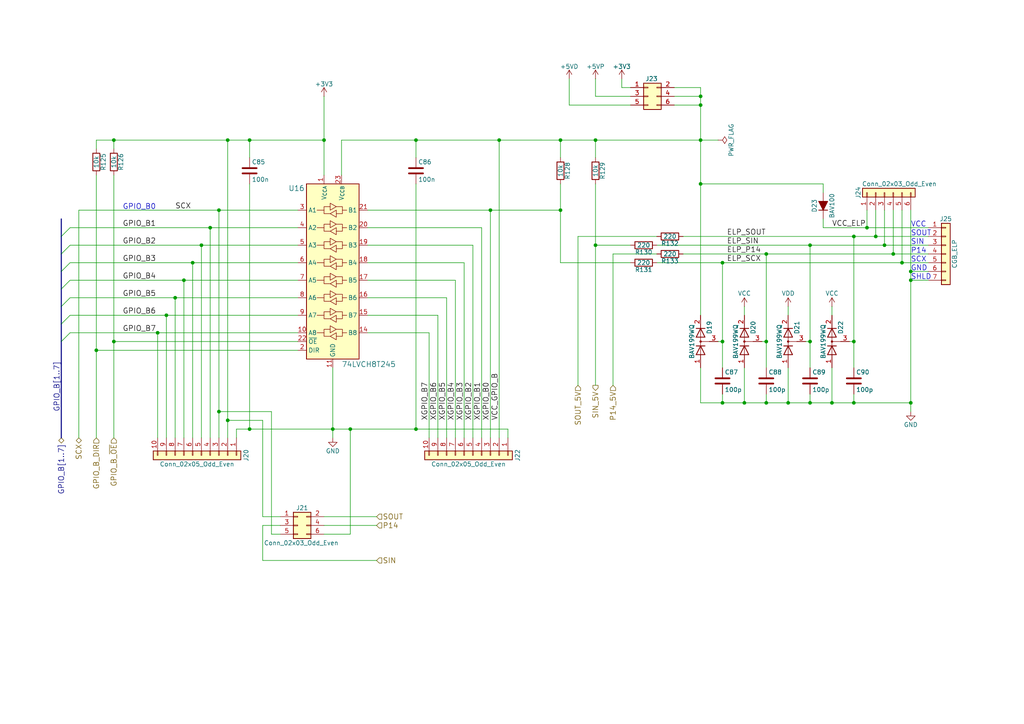
<source format=kicad_sch>
(kicad_sch (version 20231120) (generator "eeschema") (generator_version "8.0")
  (paper "A4")
  (title_block (title "Game Boy reverse eng. FPGA board") (date "2024-06-19") (rev "1") (company "CC-BY-SA-4.0 Michael Singer") (comment 1 "https://github.com/msinger/gbreveng/") (comment 2 "http://iceboy.a-singer.de/"))
  (lib_symbols
    (symbol "Connector_Generic:Conn_01x06" (pin_names (offset 1.016) hide)
      (property "Reference" "J" (at 0 7.62 0))
      (property "Value" "Conn_01x06" (at 0 -10.16 0))
      (symbol "Conn_01x06_1_1"
        (rectangle (start -1.27 -7.493) (end 0 -7.747) (stroke (width 0.1524)))
        (rectangle (start -1.27 -4.953) (end 0 -5.207) (stroke (width 0.1524)))
        (rectangle (start -1.27 -2.413) (end 0 -2.667) (stroke (width 0.1524)))
        (rectangle (start -1.27 0.127) (end 0 -0.127) (stroke (width 0.1524)))
        (rectangle (start -1.27 2.667) (end 0 2.413) (stroke (width 0.1524)))
        (rectangle (start -1.27 5.207) (end 0 4.953) (stroke (width 0.1524)))
        (rectangle (start -1.27 6.35) (end 1.27 -8.89) (stroke (width 0.254)) (fill (type background)))
        (pin passive line (at -5.08 5.08 0) (length 3.81) (name "Pin_1") (number "1"))
        (pin passive line (at -5.08 2.54 0) (length 3.81) (name "Pin_2") (number "2"))
        (pin passive line (at -5.08 0 0) (length 3.81) (name "Pin_3") (number "3"))
        (pin passive line (at -5.08 -2.54 0) (length 3.81) (name "Pin_4") (number "4"))
        (pin passive line (at -5.08 -5.08 0) (length 3.81) (name "Pin_5") (number "5"))
        (pin passive line (at -5.08 -7.62 0) (length 3.81) (name "Pin_6") (number "6"))
      )
    )
    (symbol "Connector_Generic:Conn_01x07" (pin_names (offset 1.016) hide)
      (property "Reference" "J" (at 0 10.16 0))
      (property "Value" "Conn_01x07" (at 0 -10.16 0))
      (symbol "Conn_01x07_1_1"
        (rectangle (start -1.27 -7.493) (end 0 -7.747) (stroke (width 0.1524)))
        (rectangle (start -1.27 -4.953) (end 0 -5.207) (stroke (width 0.1524)))
        (rectangle (start -1.27 -2.413) (end 0 -2.667) (stroke (width 0.1524)))
        (rectangle (start -1.27 0.127) (end 0 -0.127) (stroke (width 0.1524)))
        (rectangle (start -1.27 2.667) (end 0 2.413) (stroke (width 0.1524)))
        (rectangle (start -1.27 5.207) (end 0 4.953) (stroke (width 0.1524)))
        (rectangle (start -1.27 7.747) (end 0 7.493) (stroke (width 0.1524)))
        (rectangle (start -1.27 8.89) (end 1.27 -8.89) (stroke (width 0.254)) (fill (type background)))
        (pin passive line (at -5.08 7.62 0) (length 3.81) (name "Pin_1") (number "1"))
        (pin passive line (at -5.08 5.08 0) (length 3.81) (name "Pin_2") (number "2"))
        (pin passive line (at -5.08 2.54 0) (length 3.81) (name "Pin_3") (number "3"))
        (pin passive line (at -5.08 0 0) (length 3.81) (name "Pin_4") (number "4"))
        (pin passive line (at -5.08 -2.54 0) (length 3.81) (name "Pin_5") (number "5"))
        (pin passive line (at -5.08 -5.08 0) (length 3.81) (name "Pin_6") (number "6"))
        (pin passive line (at -5.08 -7.62 0) (length 3.81) (name "Pin_7") (number "7"))
      )
    )
    (symbol "Connector_Generic:Conn_01x10" (pin_names (offset 1.016) hide)
      (property "Reference" "J" (at 0 12.7 0))
      (property "Value" "Conn_01x10" (at 0 -15.24 0))
      (symbol "Conn_01x10_1_1"
        (rectangle (start -1.27 -12.573) (end 0 -12.827) (stroke (width 0.1524)))
        (rectangle (start -1.27 -10.033) (end 0 -10.287) (stroke (width 0.1524)))
        (rectangle (start -1.27 -7.493) (end 0 -7.747) (stroke (width 0.1524)))
        (rectangle (start -1.27 -4.953) (end 0 -5.207) (stroke (width 0.1524)))
        (rectangle (start -1.27 -2.413) (end 0 -2.667) (stroke (width 0.1524)))
        (rectangle (start -1.27 0.127) (end 0 -0.127) (stroke (width 0.1524)))
        (rectangle (start -1.27 2.667) (end 0 2.413) (stroke (width 0.1524)))
        (rectangle (start -1.27 5.207) (end 0 4.953) (stroke (width 0.1524)))
        (rectangle (start -1.27 7.747) (end 0 7.493) (stroke (width 0.1524)))
        (rectangle (start -1.27 10.287) (end 0 10.033) (stroke (width 0.1524)))
        (rectangle (start -1.27 11.43) (end 1.27 -13.97) (stroke (width 0.254)) (fill (type background)))
        (pin passive line (at -5.08 10.16 0) (length 3.81) (name "Pin_1") (number "1"))
        (pin passive line (at -5.08 -12.7 0) (length 3.81) (name "Pin_10") (number "10"))
        (pin passive line (at -5.08 7.62 0) (length 3.81) (name "Pin_2") (number "2"))
        (pin passive line (at -5.08 5.08 0) (length 3.81) (name "Pin_3") (number "3"))
        (pin passive line (at -5.08 2.54 0) (length 3.81) (name "Pin_4") (number "4"))
        (pin passive line (at -5.08 0 0) (length 3.81) (name "Pin_5") (number "5"))
        (pin passive line (at -5.08 -2.54 0) (length 3.81) (name "Pin_6") (number "6"))
        (pin passive line (at -5.08 -5.08 0) (length 3.81) (name "Pin_7") (number "7"))
        (pin passive line (at -5.08 -7.62 0) (length 3.81) (name "Pin_8") (number "8"))
        (pin passive line (at -5.08 -10.16 0) (length 3.81) (name "Pin_9") (number "9"))
      )
    )
    (symbol "Connector_Generic:Conn_02x03_Odd_Even" (pin_names (offset 1.016) hide)
      (property "Reference" "J" (at 1.27 5.08 0))
      (property "Value" "Conn_02x03_Odd_Even" (at 1.27 -5.08 0))
      (symbol "Conn_02x03_Odd_Even_1_1"
        (rectangle (start -1.27 -2.413) (end 0 -2.667) (stroke (width 0.1524)))
        (rectangle (start -1.27 0.127) (end 0 -0.127) (stroke (width 0.1524)))
        (rectangle (start -1.27 2.667) (end 0 2.413) (stroke (width 0.1524)))
        (rectangle (start -1.27 3.81) (end 3.81 -3.81) (stroke (width 0.254)) (fill (type background)))
        (rectangle (start 3.81 -2.413) (end 2.54 -2.667) (stroke (width 0.1524)))
        (rectangle (start 3.81 0.127) (end 2.54 -0.127) (stroke (width 0.1524)))
        (rectangle (start 3.81 2.667) (end 2.54 2.413) (stroke (width 0.1524)))
        (pin passive line (at -5.08 2.54 0) (length 3.81) (name "Pin_1") (number "1"))
        (pin passive line (at 7.62 2.54 180) (length 3.81) (name "Pin_2") (number "2"))
        (pin passive line (at -5.08 0 0) (length 3.81) (name "Pin_3") (number "3"))
        (pin passive line (at 7.62 0 180) (length 3.81) (name "Pin_4") (number "4"))
        (pin passive line (at -5.08 -2.54 0) (length 3.81) (name "Pin_5") (number "5"))
        (pin passive line (at 7.62 -2.54 180) (length 3.81) (name "Pin_6") (number "6"))
      )
    )
    (symbol "Device:C" (pin_numbers hide) (pin_names (offset 0.254))
      (property "Reference" "C" (at 0.635 2.54 0))
      (property "Value" "C" (at 0.635 -2.54 0))
      (symbol "C_0_1"
        (polyline (pts (xy -2.032 -0.762) (xy 2.032 -0.762)) (stroke (width 0.508)))
        (polyline (pts (xy -2.032 0.762) (xy 2.032 0.762)) (stroke (width 0.508)))
      )
      (symbol "C_1_1"
        (pin passive line (at 0 3.81 270) (length 2.794) (name "~") (number "1"))
        (pin passive line (at 0 -3.81 90) (length 2.794) (name "~") (number "2"))
      )
    )
    (symbol "Device:D_Dual_Series_AKC" (pin_names (offset 0.762) hide)
      (property "Reference" "D" (at 1.27 -2.54 0))
      (property "Value" "D_Dual_Series_AKC" (at 0 2.54 0))
      (symbol "D_Dual_Series_AKC_0_1"
        (polyline (pts (xy -3.81 0) (xy 3.81 0)))
        (polyline (pts (xy 0 0) (xy 0 -2.54)))
        (polyline (pts (xy 6.35 0) (xy 7.62 0)))
        (polyline (pts (xy -1.27 -1.27) (xy -1.27 1.27) (xy -1.27 1.27)) (stroke (width 0.254)))
        (polyline (pts (xy 3.81 1.27) (xy 3.81 -1.27) (xy 3.81 -1.27)) (stroke (width 0.254)))
        (polyline (pts (xy -3.81 1.27) (xy -1.27 0) (xy -3.81 -1.27) (xy -3.81 1.27) (xy -3.81 1.27) (xy -3.81 1.27)) (stroke (width 0.254)))
        (polyline (pts (xy 1.27 1.27) (xy 3.81 0) (xy 1.27 -1.27) (xy 1.27 1.27) (xy 1.27 1.27) (xy 1.27 1.27)) (stroke (width 0.254)))
        (circle (center 0 0) (radius 0.254) (fill (type outline)))
        (pin passive line (at -7.62 0 0) (length 3.81) (name "A") (number "1"))
        (pin passive line (at 7.62 0 180) (length 3.81) (name "K") (number "2"))
        (pin passive line (at 0 -5.08 90) (length 2.54) (name "common") (number "3"))
      )
    )
    (symbol "Device:D_Filled" (pin_numbers hide) (pin_names (offset 1.016) hide)
      (property "Reference" "D" (at 0 2.54 0))
      (property "Value" "D_Filled" (at 0 -2.54 0))
      (symbol "D_Filled_0_1"
        (polyline (pts (xy -1.27 1.27) (xy -1.27 -1.27)) (stroke (width 0.254)))
        (polyline (pts (xy 1.27 0) (xy -1.27 0)))
        (polyline (pts (xy 1.27 1.27) (xy 1.27 -1.27) (xy -1.27 0) (xy 1.27 1.27)) (stroke (width 0.254)) (fill (type outline)))
      )
      (symbol "D_Filled_1_1"
        (pin passive line (at -3.81 0 0) (length 2.54) (name "K") (number "1"))
        (pin passive line (at 3.81 0 180) (length 2.54) (name "A") (number "2"))
      )
    )
    (symbol "Device:R" (pin_numbers hide) (pin_names (offset 0))
      (property "Reference" "R" (at 2.032 0 90))
      (property "Value" "R" (at 0 0 90))
      (symbol "R_0_1"
        (rectangle (start -1.016 -2.54) (end 1.016 2.54) (stroke (width 0.254)))
      )
      (symbol "R_1_1"
        (pin passive line (at 0 3.81 270) (length 1.27) (name "~") (number "1"))
        (pin passive line (at 0 -3.81 90) (length 1.27) (name "~") (number "2"))
      )
    )
    (symbol "Logic_LevelTranslator:SN74LVC8T245"
      (property "Reference" "U" (at -6.35 27.94 0))
      (property "Value" "SN74LVC8T245" (at 3.81 27.94 0))
      (symbol "SN74LVC8T245_0_1"
        (rectangle (start -7.62 25.4) (end 7.62 -25.4) (stroke (width 0.254)) (fill (type background)))
        (polyline (pts (xy -2.54 -12.7) (xy -2.54 -11.684) (xy -0.762 -11.684)))
        (polyline (pts (xy -2.54 -2.54) (xy -2.54 -1.524) (xy -0.762 -1.524)))
        (polyline (pts (xy -2.54 7.62) (xy -2.54 8.636) (xy -0.762 8.636)))
        (polyline (pts (xy -2.54 17.78) (xy -2.54 18.796) (xy -0.762 18.796)))
        (polyline (pts (xy 2.794 -12.7) (xy 2.794 -13.716) (xy 1.016 -13.716)))
        (polyline (pts (xy 2.794 -2.54) (xy 2.794 -3.556) (xy 1.016 -3.556)))
        (polyline (pts (xy 2.794 7.62) (xy 2.794 6.604) (xy 1.016 6.604)))
        (polyline (pts (xy 2.794 17.78) (xy 2.794 16.764) (xy 1.016 16.764)))
        (polyline (pts (xy -0.762 -13.716) (xy -2.54 -13.716) (xy -2.54 -12.7) (xy -4.572 -12.7)))
        (polyline (pts (xy -0.762 -12.7) (xy -0.762 -10.668) (xy 1.016 -11.684) (xy -0.762 -12.7)))
        (polyline (pts (xy -0.762 -3.556) (xy -2.54 -3.556) (xy -2.54 -2.54) (xy -4.572 -2.54)))
        (polyline (pts (xy -0.762 -2.54) (xy -0.762 -0.508) (xy 1.016 -1.524) (xy -0.762 -2.54)))
        (polyline (pts (xy -0.762 6.604) (xy -2.54 6.604) (xy -2.54 7.62) (xy -4.572 7.62)))
        (polyline (pts (xy -0.762 7.62) (xy -0.762 9.652) (xy 1.016 8.636) (xy -0.762 7.62)))
        (polyline (pts (xy -0.762 16.764) (xy -2.54 16.764) (xy -2.54 17.78) (xy -4.572 17.78)))
        (polyline (pts (xy -0.762 17.78) (xy -0.762 19.812) (xy 1.016 18.796) (xy -0.762 17.78)))
        (polyline (pts (xy 1.016 -11.684) (xy 2.794 -11.684) (xy 2.794 -12.7) (xy 4.064 -12.7)))
        (polyline (pts (xy 1.016 -1.524) (xy 2.794 -1.524) (xy 2.794 -2.54) (xy 4.064 -2.54)))
        (polyline (pts (xy 1.016 8.636) (xy 2.794 8.636) (xy 2.794 7.62) (xy 4.064 7.62)))
        (polyline (pts (xy 1.016 18.796) (xy 2.794 18.796) (xy 2.794 17.78) (xy 4.064 17.78)))
        (polyline (pts (xy 1.016 -17.78) (xy 1.016 -19.558) (xy 1.016 -19.812) (xy -0.762 -18.796) (xy 1.016 -17.78)))
        (polyline (pts (xy 1.016 -12.7) (xy 1.016 -14.478) (xy 1.016 -14.732) (xy -0.762 -13.716) (xy 1.016 -12.7)))
        (polyline (pts (xy 1.016 -2.54) (xy 1.016 -4.318) (xy 1.016 -4.572) (xy -0.762 -3.556) (xy 1.016 -2.54)))
        (polyline (pts (xy 1.016 2.54) (xy 1.016 0.762) (xy 1.016 0.508) (xy -0.762 1.524) (xy 1.016 2.54)))
        (polyline (pts (xy 1.016 7.62) (xy 1.016 5.842) (xy 1.016 5.588) (xy -0.762 6.604) (xy 1.016 7.62)))
        (polyline (pts (xy 1.016 17.78) (xy 1.016 16.002) (xy 1.016 15.748) (xy -0.762 16.764) (xy 1.016 17.78)))
      )
      (symbol "SN74LVC8T245_1_1"
        (polyline (pts (xy -2.54 -17.78) (xy -2.54 -16.764) (xy -0.762 -16.764)))
        (polyline (pts (xy -2.54 -7.62) (xy -2.54 -6.604) (xy -0.762 -6.604)))
        (polyline (pts (xy -2.54 2.54) (xy -2.54 3.556) (xy -0.762 3.556)))
        (polyline (pts (xy -2.54 12.7) (xy -2.54 13.716) (xy -0.762 13.716)))
        (polyline (pts (xy 2.794 -17.78) (xy 2.794 -18.796) (xy 1.016 -18.796)))
        (polyline (pts (xy 2.794 -7.62) (xy 2.794 -8.636) (xy 1.016 -8.636)))
        (polyline (pts (xy 2.794 2.54) (xy 2.794 1.524) (xy 1.016 1.524)))
        (polyline (pts (xy 2.794 12.7) (xy 2.794 11.684) (xy 1.016 11.684)))
        (polyline (pts (xy -0.762 -18.796) (xy -2.54 -18.796) (xy -2.54 -17.78) (xy -4.572 -17.78)))
        (polyline (pts (xy -0.762 -17.78) (xy -0.762 -15.748) (xy 1.016 -16.764) (xy -0.762 -17.78)))
        (polyline (pts (xy -0.762 -8.636) (xy -2.54 -8.636) (xy -2.54 -7.62) (xy -4.572 -7.62)))
        (polyline (pts (xy -0.762 -7.62) (xy -0.762 -5.588) (xy 1.016 -6.604) (xy -0.762 -7.62)))
        (polyline (pts (xy -0.762 1.524) (xy -2.54 1.524) (xy -2.54 2.54) (xy -4.572 2.54)))
        (polyline (pts (xy -0.762 2.54) (xy -0.762 4.572) (xy 1.016 3.556) (xy -0.762 2.54)))
        (polyline (pts (xy -0.762 11.684) (xy -2.54 11.684) (xy -2.54 12.7) (xy -4.572 12.7)))
        (polyline (pts (xy -0.762 12.7) (xy -0.762 14.732) (xy 1.016 13.716) (xy -0.762 12.7)))
        (polyline (pts (xy 1.016 -16.764) (xy 2.794 -16.764) (xy 2.794 -17.78) (xy 4.064 -17.78)))
        (polyline (pts (xy 1.016 -6.604) (xy 2.794 -6.604) (xy 2.794 -7.62) (xy 4.064 -7.62)))
        (polyline (pts (xy 1.016 3.556) (xy 2.794 3.556) (xy 2.794 2.54) (xy 4.064 2.54)))
        (polyline (pts (xy 1.016 13.716) (xy 2.794 13.716) (xy 2.794 12.7) (xy 4.064 12.7)))
        (polyline (pts (xy 1.016 -7.62) (xy 1.016 -9.398) (xy 1.016 -9.652) (xy -0.762 -8.636) (xy 1.016 -7.62)))
        (polyline (pts (xy 1.016 12.7) (xy 1.016 10.922) (xy 1.016 10.668) (xy -0.762 11.684) (xy 1.016 12.7)))
        (pin power_in line (at -2.54 27.94 270) (length 2.54) (name "V_{CCA}") (number "1"))
        (pin bidirectional line (at -10.16 -17.78 0) (length 2.54) (name "A8") (number "10"))
        (pin power_in line (at 0 -27.94 90) (length 2.54) (name "GND") (number "11"))
        (pin passive line (at 0 -27.94 90) (length 2.54) hide (name "GND") (number "12"))
        (pin passive line (at 0 -27.94 90) (length 2.54) hide (name "GND") (number "13"))
        (pin bidirectional line (at 10.16 -17.78 180) (length 2.54) (name "B8") (number "14"))
        (pin bidirectional line (at 10.16 -12.7 180) (length 2.54) (name "B7") (number "15"))
        (pin bidirectional line (at 10.16 -7.62 180) (length 2.54) (name "B6") (number "16"))
        (pin bidirectional line (at 10.16 -2.54 180) (length 2.54) (name "B5") (number "17"))
        (pin bidirectional line (at 10.16 2.54 180) (length 2.54) (name "B4") (number "18"))
        (pin bidirectional line (at 10.16 7.62 180) (length 2.54) (name "B3") (number "19"))
        (pin input line (at -10.16 -22.86 0) (length 2.54) (name "DIR") (number "2"))
        (pin bidirectional line (at 10.16 12.7 180) (length 2.54) (name "B2") (number "20"))
        (pin bidirectional line (at 10.16 17.78 180) (length 2.54) (name "B1") (number "21"))
        (pin input line (at -10.16 -20.32 0) (length 2.54) (name "~{OE}") (number "22"))
        (pin power_in line (at 2.54 27.94 270) (length 2.54) (name "V_{CCB}") (number "23"))
        (pin passive line (at 2.54 27.94 270) (length 2.54) hide (name "V_{CCB}") (number "24"))
        (pin bidirectional line (at -10.16 17.78 0) (length 2.54) (name "A1") (number "3"))
        (pin bidirectional line (at -10.16 12.7 0) (length 2.54) (name "A2") (number "4"))
        (pin bidirectional line (at -10.16 7.62 0) (length 2.54) (name "A3") (number "5"))
        (pin bidirectional line (at -10.16 2.54 0) (length 2.54) (name "A4") (number "6"))
        (pin bidirectional line (at -10.16 -2.54 0) (length 2.54) (name "A5") (number "7"))
        (pin bidirectional line (at -10.16 -7.62 0) (length 2.54) (name "A6") (number "8"))
        (pin bidirectional line (at -10.16 -12.7 0) (length 2.54) (name "A7") (number "9"))
      )
    )
    (symbol "power:+3V3" (power) (pin_numbers hide) (pin_names (offset 0) hide)
      (property "Value" "+3V3" (at 0 3.556 0))
      (symbol "+3V3_0_1"
        (polyline (pts (xy -0.762 1.27) (xy 0 2.54)))
        (polyline (pts (xy 0 0) (xy 0 2.54)))
        (polyline (pts (xy 0 2.54) (xy 0.762 1.27)))
      )
      (symbol "+3V3_1_1"
        (pin power_in line (at 0 0 90) (length 0) (name "~") (number "1"))
      )
    )
    (symbol "power:+5VD" (power) (pin_numbers hide) (pin_names (offset 0) hide)
      (property "Value" "+5VD" (at 0 3.556 0))
      (symbol "+5VD_0_1"
        (polyline (pts (xy -0.762 1.27) (xy 0 2.54)))
        (polyline (pts (xy 0 0) (xy 0 2.54)))
        (polyline (pts (xy 0 2.54) (xy 0.762 1.27)))
      )
      (symbol "+5VD_1_1"
        (pin power_in line (at 0 0 90) (length 0) (name "~") (number "1"))
      )
    )
    (symbol "power:+5VP" (power) (pin_numbers hide) (pin_names (offset 0) hide)
      (property "Value" "+5VP" (at 0 3.556 0))
      (symbol "+5VP_0_1"
        (polyline (pts (xy -0.762 1.27) (xy 0 2.54)))
        (polyline (pts (xy 0 0) (xy 0 2.54)))
        (polyline (pts (xy 0 2.54) (xy 0.762 1.27)))
      )
      (symbol "+5VP_1_1"
        (pin power_in line (at 0 0 90) (length 0) (name "~") (number "1"))
      )
    )
    (symbol "power:GND" (power) (pin_numbers hide) (pin_names (offset 0) hide)
      (property "Value" "GND" (at 0 -3.81 0))
      (symbol "GND_0_1"
        (polyline (pts (xy 0 0) (xy 0 -1.27) (xy 1.27 -1.27) (xy 0 -2.54) (xy -1.27 -1.27) (xy 0 -1.27)))
      )
      (symbol "GND_1_1"
        (pin power_in line (at 0 0 270) (length 0) (name "~") (number "1"))
      )
    )
    (symbol "power:PWR_FLAG" (power) (pin_numbers hide) (pin_names (offset 0) hide)
      (property "Value" "PWR_FLAG" (at 0 3.81 0))
      (symbol "PWR_FLAG_0_0"
        (pin power_out line (at 0 0 90) (length 0) (name "~") (number "1"))
      )
      (symbol "PWR_FLAG_0_1"
        (polyline (pts (xy 0 0) (xy 0 1.27) (xy -1.016 1.905) (xy 0 2.54) (xy 1.016 1.905) (xy 0 1.27)))
      )
    )
    (symbol "power:VCC" (power) (pin_numbers hide) (pin_names (offset 0) hide)
      (property "Value" "VCC" (at 0 3.556 0))
      (symbol "VCC_0_1"
        (polyline (pts (xy -0.762 1.27) (xy 0 2.54)))
        (polyline (pts (xy 0 0) (xy 0 2.54)))
        (polyline (pts (xy 0 2.54) (xy 0.762 1.27)))
      )
      (symbol "VCC_1_1"
        (pin power_in line (at 0 0 90) (length 0) (name "~") (number "1"))
      )
    )
    (symbol "power:VDD" (power) (pin_numbers hide) (pin_names (offset 0) hide)
      (property "Value" "VDD" (at 0 3.556 0))
      (symbol "VDD_0_1"
        (polyline (pts (xy -0.762 1.27) (xy 0 2.54)))
        (polyline (pts (xy 0 0) (xy 0 2.54)))
        (polyline (pts (xy 0 2.54) (xy 0.762 1.27)))
      )
      (symbol "VDD_1_1"
        (pin power_in line (at 0 0 90) (length 0) (name "~") (number "1"))
      )
    )
  )
  (junction (at 203.2 27.94))
  (junction (at 222.25 73.66))
  (junction (at 50.8 86.36))
  (junction (at 264.16 78.74))
  (junction (at 209.55 116.84))
  (junction (at 142.24 60.96))
  (junction (at 27.94 101.6))
  (junction (at 215.9 116.84))
  (junction (at 261.62 76.2))
  (junction (at 120.65 124.46))
  (junction (at 247.65 99.06))
  (junction (at 247.65 116.84))
  (junction (at 96.52 124.46))
  (junction (at 222.25 116.84))
  (junction (at 66.04 121.92))
  (junction (at 172.72 71.12))
  (junction (at 228.6 116.84))
  (junction (at 53.34 81.28))
  (junction (at 144.78 40.64))
  (junction (at 120.65 40.64))
  (junction (at 162.56 40.64))
  (junction (at 72.39 40.64))
  (junction (at 48.26 91.44))
  (junction (at 33.02 40.64))
  (junction (at 264.16 116.84))
  (junction (at 247.65 68.58))
  (junction (at 45.72 96.52))
  (junction (at 55.88 76.2))
  (junction (at 72.39 124.46))
  (junction (at 254 68.58))
  (junction (at 241.3 116.84))
  (junction (at 66.04 40.64))
  (junction (at 209.55 99.06))
  (junction (at 222.25 99.06))
  (junction (at 101.6 124.46))
  (junction (at 234.95 71.12))
  (junction (at 33.02 99.06))
  (junction (at 172.72 40.64))
  (junction (at 203.2 40.64))
  (junction (at 162.56 60.96))
  (junction (at 60.96 66.04))
  (junction (at 58.42 71.12))
  (junction (at 63.5 119.38))
  (junction (at 251.46 66.04))
  (junction (at 234.95 99.06))
  (junction (at 234.95 116.84))
  (junction (at 259.08 73.66))
  (junction (at 63.5 60.96))
  (junction (at 93.98 40.64))
  (junction (at 209.55 76.2))
  (junction (at 264.16 81.28))
  (junction (at 203.2 30.48))
  (junction (at 256.54 71.12))
  (junction (at 203.2 53.34))
  (bus_entry (at 17.78 83.82) (size 2.54 -2.54))
  (bus_entry (at 17.78 99.06) (size 2.54 -2.54))
  (bus_entry (at 17.78 78.74) (size 2.54 -2.54))
  (bus_entry (at 17.78 93.98) (size 2.54 -2.54))
  (bus_entry (at 17.78 68.58) (size 2.54 -2.54))
  (bus_entry (at 17.78 88.9) (size 2.54 -2.54))
  (bus_entry (at 17.78 73.66) (size 2.54 -2.54))
  (bus (pts (xy 17.78 63.5) (xy 17.78 68.58)))
  (wire (pts (xy 20.32 86.36) (xy 50.8 86.36)))
  (wire (pts (xy 162.56 60.96) (xy 142.24 60.96)))
  (wire (pts (xy 120.65 40.64) (xy 144.78 40.64)))
  (wire (pts (xy 203.2 53.34) (xy 203.2 91.44)))
  (wire (pts (xy 20.32 76.2) (xy 55.88 76.2)))
  (wire (pts (xy 209.55 116.84) (xy 209.55 114.3)))
  (wire (pts (xy 264.16 78.74) (xy 269.24 78.74)))
  (wire (pts (xy 234.95 99.06) (xy 233.68 99.06)))
  (wire (pts (xy 241.3 88.9) (xy 241.3 91.44)))
  (wire (pts (xy 180.34 22.86) (xy 180.34 25.4)))
  (bus (pts (xy 17.78 83.82) (xy 17.78 88.9)))
  (wire (pts (xy 256.54 71.12) (xy 269.24 71.12)))
  (wire (pts (xy 55.88 76.2) (xy 86.36 76.2)))
  (wire (pts (xy 50.8 86.36) (xy 50.8 127)))
  (wire (pts (xy 261.62 76.2) (xy 269.24 76.2)))
  (wire (pts (xy 27.94 101.6) (xy 86.36 101.6)))
  (wire (pts (xy 215.9 88.9) (xy 215.9 91.44)))
  (wire (pts (xy 209.55 116.84) (xy 215.9 116.84)))
  (wire (pts (xy 172.72 71.12) (xy 172.72 111.76)))
  (wire (pts (xy 60.96 66.04) (xy 86.36 66.04)))
  (wire (pts (xy 195.58 30.48) (xy 203.2 30.48)))
  (wire (pts (xy 132.08 81.28) (xy 132.08 127)))
  (wire (pts (xy 234.95 99.06) (xy 234.95 106.68)))
  (wire (pts (xy 234.95 71.12) (xy 234.95 99.06)))
  (wire (pts (xy 101.6 124.46) (xy 120.65 124.46)))
  (wire (pts (xy 172.72 27.94) (xy 182.88 27.94)))
  (wire (pts (xy 48.26 91.44) (xy 86.36 91.44)))
  (wire (pts (xy 222.25 116.84) (xy 222.25 114.3)))
  (wire (pts (xy 195.58 25.4) (xy 203.2 25.4)))
  (wire (pts (xy 190.5 71.12) (xy 234.95 71.12)))
  (wire (pts (xy 172.72 40.64) (xy 203.2 40.64)))
  (wire (pts (xy 93.98 27.94) (xy 93.98 40.64)))
  (bus (pts (xy 17.78 78.74) (xy 17.78 83.82)))
  (wire (pts (xy 93.98 152.4) (xy 109.22 152.4)))
  (wire (pts (xy 78.74 154.94) (xy 81.28 154.94)))
  (wire (pts (xy 203.2 40.64) (xy 208.28 40.64)))
  (wire (pts (xy 142.24 60.96) (xy 142.24 127)))
  (wire (pts (xy 144.78 127) (xy 144.78 40.64)))
  (wire (pts (xy 99.06 40.64) (xy 99.06 50.8)))
  (wire (pts (xy 259.08 73.66) (xy 269.24 73.66)))
  (wire (pts (xy 58.42 71.12) (xy 58.42 127)))
  (wire (pts (xy 96.52 124.46) (xy 96.52 127)))
  (wire (pts (xy 247.65 116.84) (xy 247.65 114.3)))
  (wire (pts (xy 228.6 91.44) (xy 228.6 88.9)))
  (wire (pts (xy 106.68 76.2) (xy 134.62 76.2)))
  (wire (pts (xy 63.5 60.96) (xy 86.36 60.96)))
  (wire (pts (xy 259.08 73.66) (xy 259.08 60.96)))
  (bus (pts (xy 17.78 73.66) (xy 17.78 78.74)))
  (wire (pts (xy 78.74 119.38) (xy 78.74 154.94)))
  (wire (pts (xy 63.5 119.38) (xy 63.5 127)))
  (wire (pts (xy 53.34 81.28) (xy 53.34 127)))
  (wire (pts (xy 22.86 60.96) (xy 22.86 127)))
  (wire (pts (xy 106.68 96.52) (xy 124.46 96.52)))
  (wire (pts (xy 256.54 60.96) (xy 256.54 71.12)))
  (wire (pts (xy 72.39 40.64) (xy 72.39 45.72)))
  (wire (pts (xy 127 91.44) (xy 127 127)))
  (wire (pts (xy 58.42 71.12) (xy 86.36 71.12)))
  (wire (pts (xy 261.62 60.96) (xy 261.62 76.2)))
  (wire (pts (xy 269.24 81.28) (xy 264.16 81.28)))
  (wire (pts (xy 48.26 91.44) (xy 48.26 127)))
  (wire (pts (xy 81.28 152.4) (xy 76.2 152.4)))
  (wire (pts (xy 241.3 106.68) (xy 241.3 116.84)))
  (wire (pts (xy 66.04 40.64) (xy 66.04 121.92)))
  (wire (pts (xy 162.56 53.34) (xy 162.56 60.96)))
  (wire (pts (xy 234.95 116.84) (xy 241.3 116.84)))
  (wire (pts (xy 238.76 55.88) (xy 238.76 53.34)))
  (wire (pts (xy 96.52 106.68) (xy 96.52 124.46)))
  (wire (pts (xy 27.94 40.64) (xy 27.94 43.18)))
  (wire (pts (xy 198.12 73.66) (xy 222.25 73.66)))
  (wire (pts (xy 165.1 30.48) (xy 182.88 30.48)))
  (wire (pts (xy 209.55 99.06) (xy 209.55 106.68)))
  (bus (pts (xy 17.78 68.58) (xy 17.78 73.66)))
  (wire (pts (xy 264.16 60.96) (xy 264.16 78.74)))
  (bus (pts (xy 17.78 88.9) (xy 17.78 93.98)))
  (wire (pts (xy 209.55 76.2) (xy 209.55 99.06)))
  (wire (pts (xy 27.94 40.64) (xy 33.02 40.64)))
  (wire (pts (xy 66.04 121.92) (xy 76.2 121.92)))
  (wire (pts (xy 215.9 116.84) (xy 222.25 116.84)))
  (wire (pts (xy 162.56 60.96) (xy 162.56 76.2)))
  (wire (pts (xy 96.52 124.46) (xy 101.6 124.46)))
  (wire (pts (xy 106.68 91.44) (xy 127 91.44)))
  (wire (pts (xy 68.58 124.46) (xy 68.58 127)))
  (wire (pts (xy 99.06 40.64) (xy 120.65 40.64)))
  (wire (pts (xy 63.5 60.96) (xy 63.5 119.38)))
  (wire (pts (xy 203.2 116.84) (xy 209.55 116.84)))
  (wire (pts (xy 209.55 76.2) (xy 261.62 76.2)))
  (wire (pts (xy 129.54 86.36) (xy 129.54 127)))
  (wire (pts (xy 124.46 96.52) (xy 124.46 127)))
  (wire (pts (xy 162.56 76.2) (xy 182.88 76.2)))
  (wire (pts (xy 139.7 66.04) (xy 139.7 127)))
  (wire (pts (xy 106.68 66.04) (xy 139.7 66.04)))
  (wire (pts (xy 165.1 22.86) (xy 165.1 30.48)))
  (wire (pts (xy 76.2 121.92) (xy 76.2 149.86)))
  (wire (pts (xy 33.02 40.64) (xy 66.04 40.64)))
  (wire (pts (xy 177.8 73.66) (xy 177.8 111.76)))
  (wire (pts (xy 172.72 45.72) (xy 172.72 40.64)))
  (wire (pts (xy 33.02 99.06) (xy 86.36 99.06)))
  (wire (pts (xy 76.2 149.86) (xy 81.28 149.86)))
  (wire (pts (xy 106.68 71.12) (xy 137.16 71.12)))
  (wire (pts (xy 195.58 27.94) (xy 203.2 27.94)))
  (wire (pts (xy 55.88 76.2) (xy 55.88 127)))
  (wire (pts (xy 106.68 81.28) (xy 132.08 81.28)))
  (wire (pts (xy 209.55 99.06) (xy 208.28 99.06)))
  (wire (pts (xy 198.12 68.58) (xy 247.65 68.58)))
  (wire (pts (xy 172.72 22.86) (xy 172.72 27.94)))
  (wire (pts (xy 106.68 60.96) (xy 142.24 60.96)))
  (wire (pts (xy 222.25 116.84) (xy 228.6 116.84)))
  (wire (pts (xy 72.39 40.64) (xy 93.98 40.64)))
  (wire (pts (xy 27.94 50.8) (xy 27.94 101.6)))
  (wire (pts (xy 238.76 66.04) (xy 251.46 66.04)))
  (wire (pts (xy 254 68.58) (xy 269.24 68.58)))
  (wire (pts (xy 20.32 96.52) (xy 45.72 96.52)))
  (wire (pts (xy 203.2 40.64) (xy 203.2 53.34)))
  (wire (pts (xy 162.56 45.72) (xy 162.56 40.64)))
  (wire (pts (xy 203.2 30.48) (xy 203.2 40.64)))
  (wire (pts (xy 190.5 76.2) (xy 209.55 76.2)))
  (wire (pts (xy 120.65 124.46) (xy 147.32 124.46)))
  (wire (pts (xy 60.96 66.04) (xy 60.96 127)))
  (wire (pts (xy 172.72 53.34) (xy 172.72 71.12)))
  (wire (pts (xy 106.68 86.36) (xy 129.54 86.36)))
  (wire (pts (xy 228.6 116.84) (xy 234.95 116.84)))
  (wire (pts (xy 254 68.58) (xy 254 60.96)))
  (wire (pts (xy 20.32 91.44) (xy 48.26 91.44)))
  (wire (pts (xy 247.65 68.58) (xy 247.65 99.06)))
  (wire (pts (xy 251.46 66.04) (xy 269.24 66.04)))
  (wire (pts (xy 120.65 40.64) (xy 120.65 45.72)))
  (wire (pts (xy 45.72 96.52) (xy 45.72 127)))
  (wire (pts (xy 68.58 124.46) (xy 72.39 124.46)))
  (wire (pts (xy 144.78 40.64) (xy 162.56 40.64)))
  (wire (pts (xy 63.5 119.38) (xy 78.74 119.38)))
  (wire (pts (xy 33.02 99.06) (xy 33.02 127)))
  (wire (pts (xy 247.65 116.84) (xy 264.16 116.84)))
  (wire (pts (xy 66.04 40.64) (xy 72.39 40.64)))
  (wire (pts (xy 20.32 66.04) (xy 60.96 66.04)))
  (wire (pts (xy 241.3 116.84) (xy 247.65 116.84)))
  (wire (pts (xy 222.25 73.66) (xy 222.25 99.06)))
  (wire (pts (xy 203.2 106.68) (xy 203.2 116.84)))
  (wire (pts (xy 167.64 68.58) (xy 167.64 111.76)))
  (wire (pts (xy 33.02 40.64) (xy 33.02 43.18)))
  (wire (pts (xy 137.16 71.12) (xy 137.16 127)))
  (wire (pts (xy 180.34 25.4) (xy 182.88 25.4)))
  (wire (pts (xy 53.34 81.28) (xy 86.36 81.28)))
  (wire (pts (xy 215.9 106.68) (xy 215.9 116.84)))
  (wire (pts (xy 45.72 96.52) (xy 86.36 96.52)))
  (wire (pts (xy 72.39 53.34) (xy 72.39 124.46)))
  (wire (pts (xy 20.32 71.12) (xy 58.42 71.12)))
  (wire (pts (xy 120.65 53.34) (xy 120.65 124.46)))
  (wire (pts (xy 101.6 154.94) (xy 101.6 124.46)))
  (wire (pts (xy 20.32 81.28) (xy 53.34 81.28)))
  (wire (pts (xy 247.65 99.06) (xy 247.65 106.68)))
  (wire (pts (xy 228.6 116.84) (xy 228.6 106.68)))
  (wire (pts (xy 134.62 76.2) (xy 134.62 127)))
  (wire (pts (xy 234.95 116.84) (xy 234.95 114.3)))
  (wire (pts (xy 72.39 124.46) (xy 96.52 124.46)))
  (wire (pts (xy 76.2 162.56) (xy 109.22 162.56)))
  (wire (pts (xy 50.8 86.36) (xy 86.36 86.36)))
  (wire (pts (xy 203.2 27.94) (xy 203.2 30.48)))
  (wire (pts (xy 66.04 121.92) (xy 66.04 127)))
  (wire (pts (xy 264.16 116.84) (xy 264.16 119.38)))
  (wire (pts (xy 76.2 152.4) (xy 76.2 162.56)))
  (wire (pts (xy 177.8 73.66) (xy 190.5 73.66)))
  (wire (pts (xy 93.98 40.64) (xy 93.98 50.8)))
  (wire (pts (xy 238.76 63.5) (xy 238.76 66.04)))
  (wire (pts (xy 222.25 99.06) (xy 220.98 99.06)))
  (wire (pts (xy 22.86 60.96) (xy 63.5 60.96)))
  (wire (pts (xy 264.16 81.28) (xy 264.16 116.84)))
  (wire (pts (xy 93.98 149.86) (xy 109.22 149.86)))
  (wire (pts (xy 247.65 68.58) (xy 254 68.58)))
  (wire (pts (xy 222.25 73.66) (xy 259.08 73.66)))
  (wire (pts (xy 251.46 60.96) (xy 251.46 66.04)))
  (wire (pts (xy 222.25 99.06) (xy 222.25 106.68)))
  (wire (pts (xy 264.16 78.74) (xy 264.16 81.28)))
  (wire (pts (xy 33.02 50.8) (xy 33.02 99.06)))
  (wire (pts (xy 234.95 71.12) (xy 256.54 71.12)))
  (wire (pts (xy 27.94 101.6) (xy 27.94 127)))
  (wire (pts (xy 182.88 71.12) (xy 172.72 71.12)))
  (wire (pts (xy 93.98 154.94) (xy 101.6 154.94)))
  (wire (pts (xy 167.64 68.58) (xy 190.5 68.58)))
  (wire (pts (xy 147.32 124.46) (xy 147.32 127)))
  (wire (pts (xy 203.2 25.4) (xy 203.2 27.94)))
  (wire (pts (xy 238.76 53.34) (xy 203.2 53.34)))
  (wire (pts (xy 162.56 40.64) (xy 172.72 40.64)))
  (wire (pts (xy 247.65 99.06) (xy 246.38 99.06)))
  (bus (pts (xy 17.78 93.98) (xy 17.78 99.06)))
  (bus (pts (xy 17.78 99.06) (xy 17.78 127)))
  (text "SHLD" (at 264.16 81.28 0) (effects (font (size 1.524 1.524)) (justify left bottom)))
  (text "SOUT" (at 264.16 68.58 0) (effects (font (size 1.524 1.524)) (justify left bottom)))
  (text "SIN" (at 264.16 71.12 0) (effects (font (size 1.524 1.524)) (justify left bottom)))
  (text "P14" (at 264.16 73.66 0) (effects (font (size 1.524 1.524)) (justify left bottom)))
  (text "GND" (at 264.16 78.74 0) (effects (font (size 1.524 1.524)) (justify left bottom)))
  (text "VCC" (at 264.16 66.04 0) (effects (font (size 1.524 1.524)) (justify left bottom)))
  (text "SCX" (at 264.16 76.2 0) (effects (font (size 1.524 1.524)) (justify left bottom)))
  (text "GPIO_B0" (at 35.56 60.96 0) (effects (font (size 1.524 1.524)) (justify left bottom)))
  (label "GPIO_B1" (at 35.56 66.04 0) (effects (font (size 1.524 1.524))))
  (label "GPIO_B7" (at 35.56 96.52 0) (effects (font (size 1.524 1.524))))
  (label "XGPIO_B5" (at 129.54 121.92 90) (effects (font (size 1.524 1.524))))
  (label "XGPIO_B3" (at 134.62 121.92 90) (effects (font (size 1.524 1.524))))
  (label "GPIO_B3" (at 35.56 76.2 0) (effects (font (size 1.524 1.524))))
  (label "XGPIO_B7" (at 124.46 121.92 90) (effects (font (size 1.524 1.524))))
  (label "GPIO_B5" (at 35.56 86.36 0) (effects (font (size 1.524 1.524))))
  (label "XGPIO_B2" (at 137.16 121.92 90) (effects (font (size 1.524 1.524))))
  (label "VCC_GPIO_B" (at 144.78 121.92 90) (effects (font (size 1.524 1.524))))
  (label "XGPIO_B0" (at 142.24 121.92 90) (effects (font (size 1.524 1.524))))
  (label "GPIO_B[1..7]" (at 17.78 119.38 90) (effects (font (size 1.524 1.524))))
  (label "VCC_ELP" (at 241.3 66.04 0) (effects (font (size 1.524 1.524))))
  (label "GPIO_B6" (at 35.56 91.44 0) (effects (font (size 1.524 1.524))))
  (label "ELP_P14" (at 210.82 73.66 0) (effects (font (size 1.524 1.524))))
  (label "XGPIO_B4" (at 132.08 121.92 90) (effects (font (size 1.524 1.524))))
  (label "SCX" (at 50.8 60.96 0) (effects (font (size 1.524 1.524))))
  (label "XGPIO_B1" (at 139.7 121.92 90) (effects (font (size 1.524 1.524))))
  (label "XGPIO_B6" (at 127 121.92 90) (effects (font (size 1.524 1.524))))
  (label "ELP_SOUT" (at 210.82 68.58 0) (effects (font (size 1.524 1.524))))
  (label "ELP_SIN" (at 210.82 71.12 0) (effects (font (size 1.524 1.524))))
  (label "ELP_SCX" (at 210.82 76.2 0) (effects (font (size 1.524 1.524))))
  (label "GPIO_B4" (at 35.56 81.28 0) (effects (font (size 1.524 1.524))))
  (label "GPIO_B2" (at 35.56 71.12 0) (effects (font (size 1.524 1.524))))
  (hierarchical_label "GPIO_B[1..7]" (shape tri_state) (at 17.78 127 270) (effects (font (size 1.524 1.524))))
  (hierarchical_label "SCX" (shape bidirectional) (at 22.86 127 270) (effects (font (size 1.524 1.524))))
  (hierarchical_label "GPIO_B_~{OE}" (shape input) (at 33.02 127 270) (effects (font (size 1.524 1.524))))
  (hierarchical_label "P14_5V" (shape input) (at 177.8 111.76 270) (effects (font (size 1.524 1.524))))
  (hierarchical_label "GPIO_B_DIR" (shape input) (at 27.94 127 270) (effects (font (size 1.524 1.524))))
  (hierarchical_label "SOUT_5V" (shape input) (at 167.64 111.76 270) (effects (font (size 1.524 1.524))))
  (hierarchical_label "P14" (shape input) (at 109.22 152.4 0) (effects (font (size 1.524 1.524))))
  (hierarchical_label "SIN_5V" (shape output) (at 172.72 111.76 270) (effects (font (size 1.524 1.524))))
  (hierarchical_label "SIN" (shape input) (at 109.22 162.56 0) (effects (font (size 1.524 1.524))))
  (hierarchical_label "SOUT" (shape input) (at 109.22 149.86 0) (effects (font (size 1.524 1.524))))
  (symbol (lib_id "Logic_LevelTranslator:SN74LVC8T245") (at 96.52 78.74 0) (unit 1)
    (property "Reference" "U16" (at 88.392 54.61 0) (effects (font (size 1.524 1.524)) (justify right)))
    (property "Value" "74LVCH8T245" (at 99.06 105.664 0) (effects (font (size 1.524 1.524)) (justify left)))
    (property "Footprint" "Package_SO:TSSOP-24_4.4x7.8mm_P0.65mm" (effects (hide yes)))
    (property "Datasheet" "https://www.ti.com/lit/ds/symlink/sn74lvc8t245.pdf" (effects (hide yes)))
    (property "Description" "8-Bit Dual-Supply Bus Transceiver With Configurable Voltage Translation and 3-State Outputs" (effects (hide yes)))
  )
  (symbol (lib_id "Device:R") (at 162.56 49.53 0) (unit 1)
    (property "Reference" "R128" (at 164.592 49.53 90))
    (property "Value" "10k" (at 162.56 49.53 90))
    (property "Footprint" "Resistor_SMD:R_0402_1005Metric" (effects (hide yes)))
    (property "Description" "Resistor" (effects (hide yes)))
  )
  (symbol (lib_id "Device:R") (at 172.72 49.53 0) (unit 1)
    (property "Reference" "R129" (at 174.752 49.53 90))
    (property "Value" "10k" (at 172.72 49.53 90))
    (property "Footprint" "Resistor_SMD:R_0402_1005Metric" (effects (hide yes)))
    (property "Description" "Resistor" (effects (hide yes)))
  )
  (symbol (lib_id "Connector_Generic:Conn_02x03_Odd_Even") (at 187.96 27.94 0) (unit 1)
    (property "Reference" "J23" (at 188.976 22.86 0))
    (property "Value" "Conn_02x03_Odd_Even" (effects (hide yes)))
    (property "Footprint" "Connector_PinHeader_2.54mm:PinHeader_2x03_P2.54mm_Vertical" (effects (hide yes)))
    (property "Description" "Generic connector, double row, 02x03, odd/even pin numbering scheme (row 1 odd numbers, row 2 even numbers), script generated (kicad-library-utils/schlib/autogen/connector/)" (effects (hide yes)))
  )
  (symbol (lib_id "power:+3V3") (at 180.34 22.86 0) (unit 1)
    (property "Reference" "#PWR0108" (effects (hide yes)))
    (property "Value" "+3V3" (at 180.34 19.304 0))
    (property "Description" "Power symbol creates a global label with name \"+3V3\"" (effects (hide yes)))
  )
  (symbol (lib_id "power:+5VP") (at 172.72 22.86 0) (unit 1)
    (property "Reference" "#PWR0109" (effects (hide yes)))
    (property "Value" "+5VP" (at 172.72 19.304 0))
    (property "Description" "Power symbol creates a global label with name \"+5VP\"" (effects (hide yes)))
  )
  (symbol (lib_id "power:+5VD") (at 165.1 22.86 0) (unit 1)
    (property "Reference" "#PWR0110" (effects (hide yes)))
    (property "Value" "+5VD" (at 165.1 19.304 0))
    (property "Description" "Power symbol creates a global label with name \"+5VD\"" (effects (hide yes)))
  )
  (symbol (lib_id "Connector_Generic:Conn_01x10") (at 137.16 132.08 270) (unit 1)
    (property "Reference" "J22" (at 150.114 132.08 0))
    (property "Value" "Conn_02x05_Odd_Even" (at 135.89 134.62 90))
    (property "Footprint" "Connector_PinHeader_2.54mm:PinHeader_2x05_P2.54mm_Vertical" (effects (hide yes)))
    (property "Description" "Generic connector, single row, 01x10, script generated (kicad-library-utils/schlib/autogen/connector/)" (effects (hide yes)))
  )
  (symbol (lib_id "power:GND") (at 96.52 127 0) (unit 1)
    (property "Reference" "#PWR0111" (effects (hide yes)))
    (property "Value" "GND" (at 96.52 130.81 0))
    (property "Description" "Power symbol creates a global label with name \"GND\" , ground" (effects (hide yes)))
  )
  (symbol (lib_id "Device:C") (at 120.65 49.53 0) (unit 1)
    (property "Reference" "C86" (at 121.285 46.99 0) (effects (justify left)))
    (property "Value" "100n" (at 121.285 52.07 0) (effects (justify left)))
    (property "Footprint" "Capacitor_SMD:C_0402_1005Metric_Pad0.74x0.62mm_HandSolder" (effects (hide yes)))
    (property "Description" "Unpolarized capacitor" (effects (hide yes)))
  )
  (symbol (lib_id "Device:C") (at 72.39 49.53 0) (unit 1)
    (property "Reference" "C85" (at 73.025 46.99 0) (effects (justify left)))
    (property "Value" "100n" (at 73.025 52.07 0) (effects (justify left)))
    (property "Footprint" "Capacitor_SMD:C_0402_1005Metric_Pad0.74x0.62mm_HandSolder" (effects (hide yes)))
    (property "Description" "Unpolarized capacitor" (effects (hide yes)))
  )
  (symbol (lib_id "Connector_Generic:Conn_01x10") (at 58.42 132.08 270) (unit 1)
    (property "Reference" "J20" (at 71.374 132.08 0))
    (property "Value" "Conn_02x05_Odd_Even" (at 57.15 134.62 90))
    (property "Footprint" "Connector_PinHeader_2.54mm:PinHeader_2x05_P2.54mm_Vertical" (effects (hide yes)))
    (property "Description" "Generic connector, single row, 01x10, script generated (kicad-library-utils/schlib/autogen/connector/)" (effects (hide yes)))
  )
  (symbol (lib_id "power:+3V3") (at 93.98 27.94 0) (unit 1)
    (property "Reference" "#PWR0112" (effects (hide yes)))
    (property "Value" "+3V3" (at 93.98 24.384 0))
    (property "Description" "Power symbol creates a global label with name \"+3V3\"" (effects (hide yes)))
  )
  (symbol (lib_id "Device:R") (at 27.94 46.99 0) (unit 1)
    (property "Reference" "R125" (at 29.972 46.99 90))
    (property "Value" "10k" (at 27.94 46.99 90))
    (property "Footprint" "Resistor_SMD:R_0402_1005Metric" (effects (hide yes)))
    (property "Description" "Resistor" (effects (hide yes)))
  )
  (symbol (lib_id "Device:R") (at 33.02 46.99 0) (unit 1)
    (property "Reference" "R126" (at 35.052 46.99 90))
    (property "Value" "10k" (at 33.02 46.99 90))
    (property "Footprint" "Resistor_SMD:R_0402_1005Metric" (effects (hide yes)))
    (property "Description" "Resistor" (effects (hide yes)))
  )
  (symbol (lib_id "Connector_Generic:Conn_02x03_Odd_Even") (at 86.36 152.4 0) (unit 1)
    (property "Reference" "J21" (at 87.63 147.32 0))
    (property "Value" "Conn_02x03_Odd_Even" (at 87.376 157.48 0))
    (property "Footprint" "Connector_PinHeader_2.54mm:PinHeader_2x03_P2.54mm_Vertical" (effects (hide yes)))
    (property "Description" "Generic connector, double row, 02x03, odd/even pin numbering scheme (row 1 odd numbers, row 2 even numbers), script generated (kicad-library-utils/schlib/autogen/connector/)" (effects (hide yes)))
  )
  (symbol (lib_id "Device:D_Dual_Series_AKC") (at 203.2 99.06 90) (unit 1)
    (property "Reference" "D19" (at 205.74 94.996 0))
    (property "Value" "BAV199WQ" (at 200.66 99.06 0))
    (property "Footprint" "Package_TO_SOT_SMD:SOT-323_SC-70" (effects (hide yes)))
    (property "Description" "Dual diode, anode/cathode/center" (effects (hide yes)))
  )
  (symbol (lib_id "Device:D_Dual_Series_AKC") (at 215.9 99.06 90) (unit 1)
    (property "Reference" "D20" (at 218.44 94.996 0))
    (property "Value" "BAV199WQ" (at 213.36 99.06 0))
    (property "Footprint" "Package_TO_SOT_SMD:SOT-323_SC-70" (effects (hide yes)))
    (property "Description" "Dual diode, anode/cathode/center" (effects (hide yes)))
  )
  (symbol (lib_id "Device:D_Dual_Series_AKC") (at 228.6 99.06 90) (unit 1)
    (property "Reference" "D21" (at 231.14 94.996 0))
    (property "Value" "BAV199WQ" (at 226.06 99.06 0))
    (property "Footprint" "Package_TO_SOT_SMD:SOT-323_SC-70" (effects (hide yes)))
    (property "Description" "Dual diode, anode/cathode/center" (effects (hide yes)))
  )
  (symbol (lib_id "Device:D_Dual_Series_AKC") (at 241.3 99.06 90) (unit 1)
    (property "Reference" "D22" (at 243.84 94.996 0))
    (property "Value" "BAV199WQ" (at 238.76 99.06 0))
    (property "Footprint" "Package_TO_SOT_SMD:SOT-323_SC-70" (effects (hide yes)))
    (property "Description" "Dual diode, anode/cathode/center" (effects (hide yes)))
  )
  (symbol (lib_id "power:PWR_FLAG") (at 208.28 40.64 270) (unit 1)
    (property "Reference" "#FLG0113" (effects (hide yes)))
    (property "Value" "PWR_FLAG" (at 212.09 40.64 0))
    (property "Description" "Special symbol for telling ERC where power comes from" (effects (hide yes)))
  )
  (symbol (lib_id "Connector_Generic:Conn_01x07") (at 274.32 73.66 0) (unit 1)
    (property "Reference" "J25" (at 274.32 63.5 0))
    (property "Value" "CGB_ELP" (at 276.86 73.66 90))
    (property "Footprint" "Connector_GameBoy:CGB_External-Link-Port" (effects (hide yes)))
    (property "Description" "Generic connector, single row, 01x07, script generated (kicad-library-utils/schlib/autogen/connector/)" (effects (hide yes)))
  )
  (symbol (lib_id "Connector_Generic:Conn_01x06") (at 256.54 55.88 90) (unit 1)
    (property "Reference" "J24" (at 248.92 55.88 0))
    (property "Value" "Conn_02x03_Odd_Even" (at 260.858 53.34 90))
    (property "Footprint" "Connector_PinHeader_2.54mm:PinHeader_2x03_P2.54mm_Vertical" (effects (hide yes)))
    (property "Description" "Generic connector, single row, 01x06, script generated (kicad-library-utils/schlib/autogen/connector/)" (effects (hide yes)))
  )
  (symbol (lib_id "Device:C") (at 234.95 110.49 0) (unit 1)
    (property "Reference" "C89" (at 235.585 107.95 0) (effects (justify left)))
    (property "Value" "100p" (at 235.585 113.03 0) (effects (justify left)))
    (property "Footprint" "Capacitor_SMD:C_0402_1005Metric_Pad0.74x0.62mm_HandSolder" (effects (hide yes)))
    (property "Description" "Unpolarized capacitor" (effects (hide yes)))
  )
  (symbol (lib_id "Device:C") (at 247.65 110.49 0) (unit 1)
    (property "Reference" "C90" (at 248.285 107.95 0) (effects (justify left)))
    (property "Value" "100p" (at 248.285 113.03 0) (effects (justify left)))
    (property "Footprint" "Capacitor_SMD:C_0402_1005Metric_Pad0.74x0.62mm_HandSolder" (effects (hide yes)))
    (property "Description" "Unpolarized capacitor" (effects (hide yes)))
  )
  (symbol (lib_id "Device:C") (at 222.25 110.49 0) (unit 1)
    (property "Reference" "C88" (at 222.885 107.95 0) (effects (justify left)))
    (property "Value" "100p" (at 222.885 113.03 0) (effects (justify left)))
    (property "Footprint" "Capacitor_SMD:C_0402_1005Metric_Pad0.74x0.62mm_HandSolder" (effects (hide yes)))
    (property "Description" "Unpolarized capacitor" (effects (hide yes)))
  )
  (symbol (lib_id "Device:C") (at 209.55 110.49 0) (unit 1)
    (property "Reference" "C87" (at 210.185 107.95 0) (effects (justify left)))
    (property "Value" "100p" (at 210.185 113.03 0) (effects (justify left)))
    (property "Footprint" "Capacitor_SMD:C_0402_1005Metric_Pad0.74x0.62mm_HandSolder" (effects (hide yes)))
    (property "Description" "Unpolarized capacitor" (effects (hide yes)))
  )
  (symbol (lib_id "power:GND") (at 264.16 119.38 0) (unit 1)
    (property "Reference" "#PWR0104" (effects (hide yes)))
    (property "Value" "GND" (at 264.16 123.19 0))
    (property "Description" "Power symbol creates a global label with name \"GND\" , ground" (effects (hide yes)))
  )
  (symbol (lib_id "Device:D_Filled") (at 238.76 59.69 90) (unit 1)
    (property "Reference" "D23" (at 236.22 59.69 0))
    (property "Value" "BAV100" (at 241.3 59.69 0))
    (property "Footprint" "Diode_SMD:D_MiniMELF" (effects (hide yes)))
    (property "Description" "Diode, filled shape" (effects (hide yes)))
    (property "Sim.Device" "D" (effects (hide yes)))
    (property "Sim.Pins" "1=K 2=A" (effects (hide yes)))
  )
  (symbol (lib_id "power:VCC") (at 241.3 88.9 0) (unit 1)
    (property "Reference" "#PWR0105" (effects (hide yes)))
    (property "Value" "VCC" (at 241.3 85.09 0))
    (property "Description" "Power symbol creates a global label with name \"VCC\"" (effects (hide yes)))
  )
  (symbol (lib_id "power:VCC") (at 215.9 88.9 0) (unit 1)
    (property "Reference" "#PWR0106" (effects (hide yes)))
    (property "Value" "VCC" (at 215.9 85.09 0))
    (property "Description" "Power symbol creates a global label with name \"VCC\"" (effects (hide yes)))
  )
  (symbol (lib_id "power:VDD") (at 228.6 88.9 0) (unit 1)
    (property "Reference" "#PWR0107" (effects (hide yes)))
    (property "Value" "VDD" (at 228.6 85.09 0))
    (property "Description" "Power symbol creates a global label with name \"VDD\"" (effects (hide yes)))
  )
  (symbol (lib_id "Device:R") (at 194.31 68.58 270) (unit 1)
    (property "Reference" "R132" (at 194.31 70.612 90))
    (property "Value" "220" (at 194.31 68.58 90))
    (property "Footprint" "Resistor_SMD:R_0805_2012Metric" (effects (hide yes)))
    (property "Description" "Resistor" (effects (hide yes)))
  )
  (symbol (lib_id "Device:R") (at 194.31 73.66 270) (unit 1)
    (property "Reference" "R133" (at 194.31 75.692 90))
    (property "Value" "220" (at 194.31 73.66 90))
    (property "Footprint" "Resistor_SMD:R_0805_2012Metric" (effects (hide yes)))
    (property "Description" "Resistor" (effects (hide yes)))
  )
  (symbol (lib_id "Device:R") (at 186.69 71.12 270) (unit 1)
    (property "Reference" "R130" (at 186.69 73.152 90))
    (property "Value" "220" (at 186.69 71.12 90))
    (property "Footprint" "Resistor_SMD:R_0805_2012Metric" (effects (hide yes)))
    (property "Description" "Resistor" (effects (hide yes)))
  )
  (symbol (lib_id "Device:R") (at 186.69 76.2 270) (unit 1)
    (property "Reference" "R131" (at 186.69 78.232 90))
    (property "Value" "220" (at 186.69 76.2 90))
    (property "Footprint" "Resistor_SMD:R_0805_2012Metric" (effects (hide yes)))
    (property "Description" "Resistor" (effects (hide yes)))
  )
)
</source>
